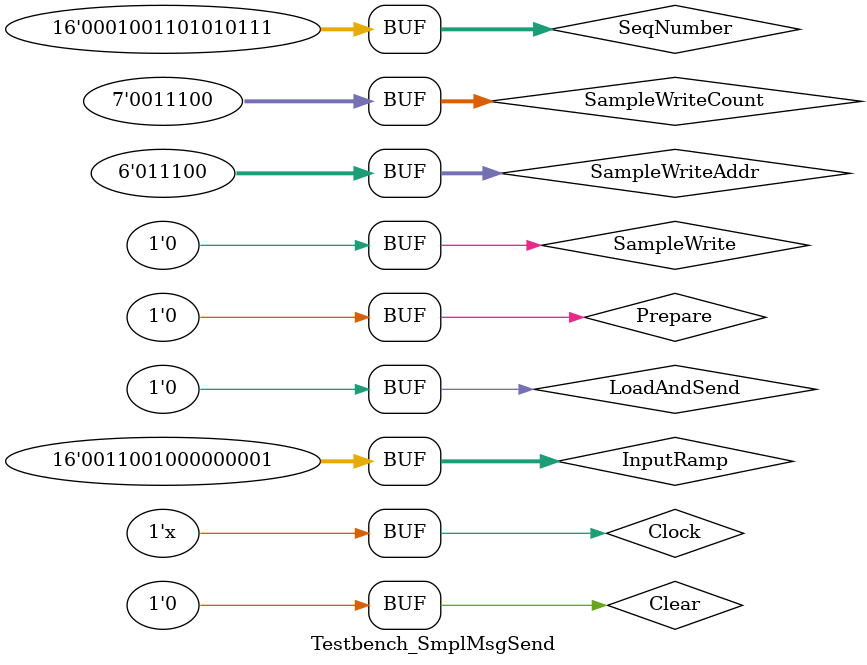
<source format=v>
/*
    Testbench_SmpleMsgSend - Sample Message Sender

*/

`timescale 1ns / 1ps

module Testbench_SmplMsgSend;

    localparam AddrWidth = 6;
    localparam MaxSamplesPerMsg = 8;
    
    reg  Clock = 0;
    reg  Clear = 1;

    reg [15:0] SeqNumber = 16'h1357;
    
    // stream of samples
    reg [15:0] InputRamp = 16'h3201;
    reg [AddrWidth:0]    SampleWriteCount = 0;
    wire [AddrWidth-1:0] SampleWriteAddr = SampleWriteCount [AddrWidth-1:0];
    
    //wire [15:0]          WordWriteData;
    wire [15:0]          SampleReadData;
    wire [AddrWidth-1:0] SampleReadAddr;
    reg                  SampleWrite = 0;
    wire                 SampleRead;


    DualPortRAM2 #(.AddrWidth (AddrWidth)) 
              U1  (.Clk (Clock),
                   .ByteWriteData ('d0),
                   .ByteReadData (),
                   .ByteWrite (1'b0),
                   .ByteRead (1'b0), 
                   .ByteClearAddr (1'b0),
                   .WordWriteData (InputRamp),
                   .WordReadData  (SampleReadData),
                   .WordWriteAddr (SampleWriteAddr),
                   .WordReadAddr  (SampleReadAddr),
                   .WordWrite (SampleWrite),
                   .WordRead  (SampleRead));

    reg Prepare = 0;
    reg LoadAndSend = 0;
    
    wire ReadyToSend;
    wire AllSent;
    wire P2S_Empty;
    wire P2S_Load1;
    wire [7:0] SampleMsgByte;
    
    SampleMsgSender  #(.MaxSamplesPerMsg (MaxSamplesPerMsg),
                       .AddrWidth (AddrWidth))  
				   U2 (.Clock50MHz  (Clock),        
 				       .Clear       (Clear),
					   .Prepare     (Prepare),
					   .Ready       (ReadyToSend),       
					   .LoadAndSend (LoadAndSend), 
					   .AllSent     (AllSent),     							 
					   .SeqNumber   (SeqNumber),							 
					   .SampleWord  (SampleReadData),
					   .ReadAddr    (SampleReadAddr),
				       .SampleRead  (SampleRead),
					   .WriteAddr   (SampleWriteCount),
				  	   .P2S_Empty   (P2S_Empty),
					   .LoadByte    (P2S_Load1), 
					   .MsgByteOut  (SampleMsgByte));

    //*******************************************************************
    // simulate Serializer
    
    reg [7:0] Serializer = 0;
    reg [7:0] SerializerCntDown = 0; 
    assign P2S_Empty = (SerializerCntDown == 0);
    
    always @ (posedge Clock) begin
        if (P2S_Load1 == 1) begin
            Serializer <= SampleMsgByte;
            SerializerCntDown <= 8'd16;        
        end
        
        else if (SerializerCntDown != 0)
            SerializerCntDown <= SerializerCntDown - 1;                
    end
    
	//*************************************************

    //
    // test bench initializations
    //    
    initial
    begin
        $display ("module: %m");
        $monitor ($time, " Serializer %h", Serializer);
    //    $monitor ($time, " state %d, msgByte 0x%h, WriteByte %h", U1.state, U1.MessageByte, U1.WriteDataByte);
                            
            Clear = 1;
        #50 Clear = 0;
    end
	
    //
    // clock period
    //
    always
        #10 Clock = ~Clock;  


    //
    // Test scenario
    //
    
    //integer i;
    
    initial
    begin
	   // write samples into RAM
	   #100 
	       for (SampleWriteCount=0; SampleWriteCount<28; SampleWriteCount=SampleWriteCount+1)
	       begin
	         #30 SampleWrite <= 1;
	         #20 SampleWrite <= 0;
	         #60 InputRamp <= InputRamp + 1;       
	       end
		  
        // send messages
        #100 Prepare <= 1;
        #20  Prepare <= 0;
        #100 LoadAndSend <= 1;
        #20  LoadAndSend <= 0;
		
		#14000 LoadAndSend <= 1;
        #20   LoadAndSend <= 0;
		 
		#14000 LoadAndSend <= 1;
        #20   LoadAndSend <= 0;
		 
		#14000 LoadAndSend <= 1;
        #20   LoadAndSend <= 0;
		 
	//	#1500 $finish;

    end    
    
    
    

endmodule




</source>
